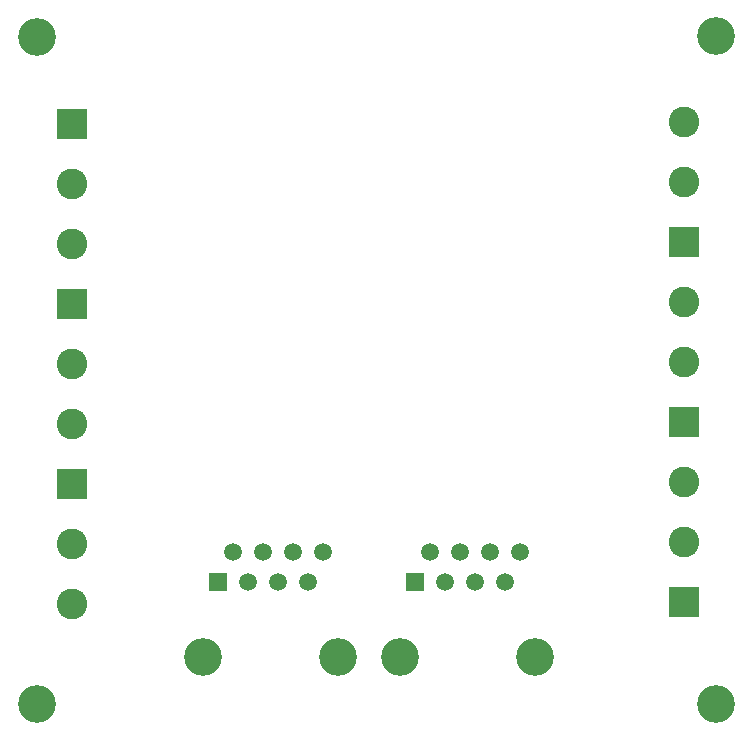
<source format=gbr>
%TF.GenerationSoftware,KiCad,Pcbnew,7.0.7*%
%TF.CreationDate,2023-11-27T22:42:48+01:00*%
%TF.ProjectId,OS-S88n,4f532d53-3838-46e2-9e6b-696361645f70,rev?*%
%TF.SameCoordinates,Original*%
%TF.FileFunction,Soldermask,Bot*%
%TF.FilePolarity,Negative*%
%FSLAX46Y46*%
G04 Gerber Fmt 4.6, Leading zero omitted, Abs format (unit mm)*
G04 Created by KiCad (PCBNEW 7.0.7) date 2023-11-27 22:42:48*
%MOMM*%
%LPD*%
G01*
G04 APERTURE LIST*
%ADD10R,2.600000X2.600000*%
%ADD11C,2.600000*%
%ADD12C,3.200000*%
%ADD13R,1.500000X1.500000*%
%ADD14C,1.500000*%
G04 APERTURE END LIST*
D10*
%TO.C,J101*%
X228305000Y-88302776D03*
D11*
X228305000Y-83222776D03*
X228305000Y-78142776D03*
%TD*%
D10*
%TO.C,J103*%
X228305000Y-57822776D03*
D11*
X228305000Y-52742776D03*
X228305000Y-47662776D03*
%TD*%
D10*
%TO.C,J104*%
X176500000Y-47852000D03*
D11*
X176500000Y-52932000D03*
X176500000Y-58012000D03*
%TD*%
D12*
%TO.C,REF\u002A\u002A*%
X231000000Y-97000000D03*
%TD*%
D10*
%TO.C,J102*%
X228305000Y-73062776D03*
D11*
X228305000Y-67982776D03*
X228305000Y-62902776D03*
%TD*%
D12*
%TO.C,J2102*%
X204207000Y-93000000D03*
X215637000Y-93000000D03*
D13*
X205477000Y-86650000D03*
D14*
X206747000Y-84110000D03*
X208017000Y-86650000D03*
X209287000Y-84110000D03*
X210557000Y-86650000D03*
X211827000Y-84110000D03*
X213097000Y-86650000D03*
X214367000Y-84110000D03*
%TD*%
D12*
%TO.C,REF\u002A\u002A*%
X173500000Y-97000000D03*
%TD*%
%TO.C,J2101*%
X187570000Y-93000000D03*
X199000000Y-93000000D03*
D13*
X188840000Y-86650000D03*
D14*
X190110000Y-84110000D03*
X191380000Y-86650000D03*
X192650000Y-84110000D03*
X193920000Y-86650000D03*
X195190000Y-84110000D03*
X196460000Y-86650000D03*
X197730000Y-84110000D03*
%TD*%
D12*
%TO.C,REF\u002A\u002A*%
X173500000Y-40500000D03*
%TD*%
D10*
%TO.C,J106*%
X176500000Y-78332000D03*
D11*
X176500000Y-83412000D03*
X176500000Y-88492000D03*
%TD*%
D12*
%TO.C,REF\u002A\u002A*%
X231000000Y-40437776D03*
%TD*%
D10*
%TO.C,J105*%
X176500000Y-63092000D03*
D11*
X176500000Y-68172000D03*
X176500000Y-73252000D03*
%TD*%
M02*

</source>
